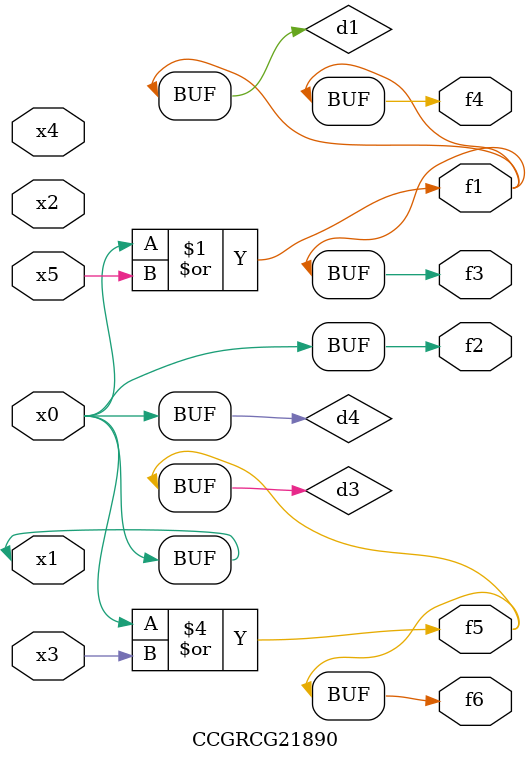
<source format=v>
module CCGRCG21890(
	input x0, x1, x2, x3, x4, x5,
	output f1, f2, f3, f4, f5, f6
);

	wire d1, d2, d3, d4;

	or (d1, x0, x5);
	xnor (d2, x1, x4);
	or (d3, x0, x3);
	buf (d4, x0, x1);
	assign f1 = d1;
	assign f2 = d4;
	assign f3 = d1;
	assign f4 = d1;
	assign f5 = d3;
	assign f6 = d3;
endmodule

</source>
